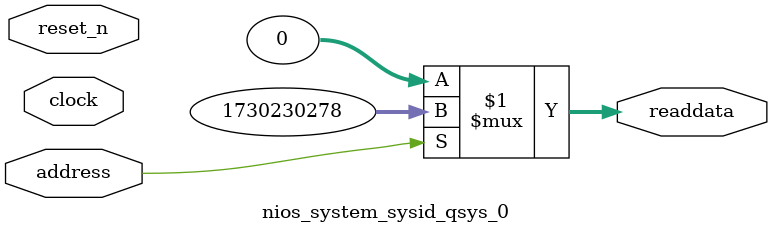
<source format=v>



// synthesis translate_off
`timescale 1ns / 1ps
// synthesis translate_on

// turn off superfluous verilog processor warnings 
// altera message_level Level1 
// altera message_off 10034 10035 10036 10037 10230 10240 10030 

module nios_system_sysid_qsys_0 (
               // inputs:
                address,
                clock,
                reset_n,

               // outputs:
                readdata
             )
;

  output  [ 31: 0] readdata;
  input            address;
  input            clock;
  input            reset_n;

  wire    [ 31: 0] readdata;
  //control_slave, which is an e_avalon_slave
  assign readdata = address ? 1730230278 : 0;

endmodule



</source>
